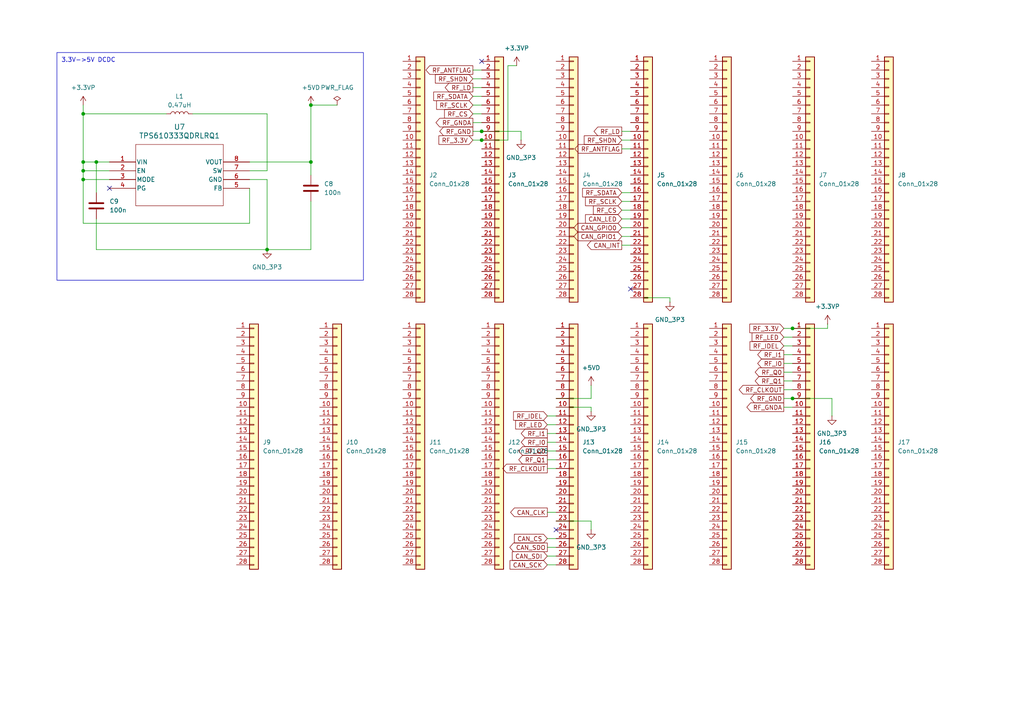
<source format=kicad_sch>
(kicad_sch (version 20250114) (generator "eeschema") (generator_version "9.0")
  (paper "A4")
  (title_block (title "CAN Isolation_Power Board") (date "2025-09-09") (rev "Ver.1.0") (company "ISHI-Kai"))
  (lib_symbols
    (symbol "Connector_Generic:Conn_01x28" (pin_names (offset 1.016) (hide yes))
      (property "Reference" "J" (at 0 35.56 0))
      (property "Value" "Conn_01x28" (at 0 -38.1 0))
      (symbol "Conn_01x28_1_1"
        (rectangle (start -1.27 34.29) (end 1.27 -36.83) (stroke (width 0.254)) (fill (type background)))
        (rectangle (start -1.27 33.147) (end 0 32.893) (stroke (width 0.1524)))
        (rectangle (start -1.27 30.607) (end 0 30.353) (stroke (width 0.1524)))
        (rectangle (start -1.27 28.067) (end 0 27.813) (stroke (width 0.1524)))
        (rectangle (start -1.27 25.527) (end 0 25.273) (stroke (width 0.1524)))
        (rectangle (start -1.27 22.987) (end 0 22.733) (stroke (width 0.1524)))
        (rectangle (start -1.27 20.447) (end 0 20.193) (stroke (width 0.1524)))
        (rectangle (start -1.27 17.907) (end 0 17.653) (stroke (width 0.1524)))
        (rectangle (start -1.27 15.367) (end 0 15.113) (stroke (width 0.1524)))
        (rectangle (start -1.27 12.827) (end 0 12.573) (stroke (width 0.1524)))
        (rectangle (start -1.27 10.287) (end 0 10.033) (stroke (width 0.1524)))
        (rectangle (start -1.27 7.747) (end 0 7.493) (stroke (width 0.1524)))
        (rectangle (start -1.27 5.207) (end 0 4.953) (stroke (width 0.1524)))
        (rectangle (start -1.27 2.667) (end 0 2.413) (stroke (width 0.1524)))
        (rectangle (start -1.27 0.127) (end 0 -0.127) (stroke (width 0.1524)))
        (rectangle (start -1.27 -2.413) (end 0 -2.667) (stroke (width 0.1524)))
        (rectangle (start -1.27 -4.953) (end 0 -5.207) (stroke (width 0.1524)))
        (rectangle (start -1.27 -7.493) (end 0 -7.747) (stroke (width 0.1524)))
        (rectangle (start -1.27 -10.033) (end 0 -10.287) (stroke (width 0.1524)))
        (rectangle (start -1.27 -12.573) (end 0 -12.827) (stroke (width 0.1524)))
        (rectangle (start -1.27 -15.113) (end 0 -15.367) (stroke (width 0.1524)))
        (rectangle (start -1.27 -17.653) (end 0 -17.907) (stroke (width 0.1524)))
        (rectangle (start -1.27 -20.193) (end 0 -20.447) (stroke (width 0.1524)))
        (rectangle (start -1.27 -22.733) (end 0 -22.987) (stroke (width 0.1524)))
        (rectangle (start -1.27 -25.273) (end 0 -25.527) (stroke (width 0.1524)))
        (rectangle (start -1.27 -27.813) (end 0 -28.067) (stroke (width 0.1524)))
        (rectangle (start -1.27 -30.353) (end 0 -30.607) (stroke (width 0.1524)))
        (rectangle (start -1.27 -32.893) (end 0 -33.147) (stroke (width 0.1524)))
        (rectangle (start -1.27 -35.433) (end 0 -35.687) (stroke (width 0.1524)))
        (pin passive line (at -5.08 33.02 0) (length 3.81) (name "Pin_1") (number "1"))
        (pin passive line (at -5.08 30.48 0) (length 3.81) (name "Pin_2") (number "2"))
        (pin passive line (at -5.08 27.94 0) (length 3.81) (name "Pin_3") (number "3"))
        (pin passive line (at -5.08 25.4 0) (length 3.81) (name "Pin_4") (number "4"))
        (pin passive line (at -5.08 22.86 0) (length 3.81) (name "Pin_5") (number "5"))
        (pin passive line (at -5.08 20.32 0) (length 3.81) (name "Pin_6") (number "6"))
        (pin passive line (at -5.08 17.78 0) (length 3.81) (name "Pin_7") (number "7"))
        (pin passive line (at -5.08 15.24 0) (length 3.81) (name "Pin_8") (number "8"))
        (pin passive line (at -5.08 12.7 0) (length 3.81) (name "Pin_9") (number "9"))
        (pin passive line (at -5.08 10.16 0) (length 3.81) (name "Pin_10") (number "10"))
        (pin passive line (at -5.08 7.62 0) (length 3.81) (name "Pin_11") (number "11"))
        (pin passive line (at -5.08 5.08 0) (length 3.81) (name "Pin_12") (number "12"))
        (pin passive line (at -5.08 2.54 0) (length 3.81) (name "Pin_13") (number "13"))
        (pin passive line (at -5.08 0 0) (length 3.81) (name "Pin_14") (number "14"))
        (pin passive line (at -5.08 -2.54 0) (length 3.81) (name "Pin_15") (number "15"))
        (pin passive line (at -5.08 -5.08 0) (length 3.81) (name "Pin_16") (number "16"))
        (pin passive line (at -5.08 -7.62 0) (length 3.81) (name "Pin_17") (number "17"))
        (pin passive line (at -5.08 -10.16 0) (length 3.81) (name "Pin_18") (number "18"))
        (pin passive line (at -5.08 -12.7 0) (length 3.81) (name "Pin_19") (number "19"))
        (pin passive line (at -5.08 -15.24 0) (length 3.81) (name "Pin_20") (number "20"))
        (pin passive line (at -5.08 -17.78 0) (length 3.81) (name "Pin_21") (number "21"))
        (pin passive line (at -5.08 -20.32 0) (length 3.81) (name "Pin_22") (number "22"))
        (pin passive line (at -5.08 -22.86 0) (length 3.81) (name "Pin_23") (number "23"))
        (pin passive line (at -5.08 -25.4 0) (length 3.81) (name "Pin_24") (number "24"))
        (pin passive line (at -5.08 -27.94 0) (length 3.81) (name "Pin_25") (number "25"))
        (pin passive line (at -5.08 -30.48 0) (length 3.81) (name "Pin_26") (number "26"))
        (pin passive line (at -5.08 -33.02 0) (length 3.81) (name "Pin_27") (number "27"))
        (pin passive line (at -5.08 -35.56 0) (length 3.81) (name "Pin_28") (number "28"))
      )
    )
    (symbol "Device:C" (pin_numbers (hide yes)) (pin_names (offset 0.254))
      (property "Reference" "C" (at 0.635 2.54 0))
      (property "Value" "C" (at 0.635 -2.54 0))
      (symbol "C_0_1"
        (polyline (pts (xy -2.032 0.762) (xy 2.032 0.762)) (stroke (width 0.508)))
        (polyline (pts (xy -2.032 -0.762) (xy 2.032 -0.762)) (stroke (width 0.508)))
      )
      (symbol "C_1_1"
        (pin passive line (at 0 3.81 270) (length 2.794) (name "~") (number "1"))
        (pin passive line (at 0 -3.81 90) (length 2.794) (name "~") (number "2"))
      )
    )
    (symbol "Device:L" (pin_numbers (hide yes)) (pin_names (offset 1.016) (hide yes))
      (property "Reference" "L" (at -1.27 0 90))
      (property "Value" "L" (at 1.905 0 90))
      (symbol "L_0_1"
        (arc (start 0 2.54) (mid 0.6323 1.905) (end 0 1.27))
        (arc (start 0 1.27) (mid 0.6323 0.635) (end 0 0))
        (arc (start 0 0) (mid 0.6323 -0.635) (end 0 -1.27))
        (arc (start 0 -1.27) (mid 0.6323 -1.905) (end 0 -2.54))
      )
      (symbol "L_1_1"
        (pin passive line (at 0 3.81 270) (length 1.27) (name "1") (number "1"))
        (pin passive line (at 0 -3.81 90) (length 1.27) (name "2") (number "2"))
      )
    )
    (symbol "TPS610333QDRLRQ1:TPS610333QDRLRQ1" (pin_names (offset 0.254))
      (property "Reference" "U" (at 20.32 10.16 0))
      (property "Value" "TPS610333QDRLRQ1" (at 20.32 7.62 0))
      (symbol "TPS610333QDRLRQ1_0_1"
        (polyline (pts (xy 7.62 5.08) (xy 7.62 -12.7)) (stroke (width 0.127)))
        (polyline (pts (xy 7.62 -12.7) (xy 33.02 -12.7)) (stroke (width 0.127)))
        (polyline (pts (xy 33.02 5.08) (xy 7.62 5.08)) (stroke (width 0.127)))
        (polyline (pts (xy 33.02 -12.7) (xy 33.02 5.08)) (stroke (width 0.127)))
        (pin power_in line (at 0 0 0) (length 7.62) (name "VIN") (number "1"))
        (pin input line (at 0 -2.54 0) (length 7.62) (name "EN") (number "2"))
        (pin input line (at 0 -5.08 0) (length 7.62) (name "MODE") (number "3"))
        (pin output line (at 0 -7.62 0) (length 7.62) (name "PG") (number "4"))
        (pin output line (at 40.64 0 180) (length 7.62) (name "VOUT") (number "8"))
        (pin power_in line (at 40.64 -2.54 180) (length 7.62) (name "SW") (number "7"))
        (pin power_out line (at 40.64 -5.08 180) (length 7.62) (name "GND") (number "6"))
        (pin input line (at 40.64 -7.62 180) (length 7.62) (name "FB") (number "5"))
      )
    )
    (symbol "power:+3.3VP" (power) (pin_numbers (hide yes)) (pin_names (offset 0) (hide yes))
      (property "Value" "+3.3VP" (at 0 3.556 0))
      (symbol "+3.3VP_0_0"
        (pin power_in line (at 0 0 90) (length 0) (name "~") (number "1"))
      )
      (symbol "+3.3VP_0_1"
        (polyline (pts (xy -0.762 1.27) (xy 0 2.54)))
        (polyline (pts (xy 0 2.54) (xy 0.762 1.27)))
        (polyline (pts (xy 0 0) (xy 0 2.54)))
      )
    )
    (symbol "power:+5VD" (power) (pin_numbers (hide yes)) (pin_names (offset 0) (hide yes))
      (property "Value" "+5VD" (at 0 3.556 0))
      (symbol "+5VD_0_1"
        (polyline (pts (xy -0.762 1.27) (xy 0 2.54)))
        (polyline (pts (xy 0 2.54) (xy 0.762 1.27)))
        (polyline (pts (xy 0 0) (xy 0 2.54)))
      )
      (symbol "+5VD_1_1"
        (pin power_in line (at 0 0 90) (length 0) (name "~") (number "1"))
      )
    )
    (symbol "power:GND1" (power) (pin_numbers (hide yes)) (pin_names (offset 0) (hide yes))
      (property "Value" "GND1" (at 0 -3.81 0))
      (symbol "GND1_0_1"
        (polyline (pts (xy 0 0) (xy 0 -1.27) (xy 1.27 -1.27) (xy 0 -2.54) (xy -1.27 -1.27) (xy 0 -1.27)))
      )
      (symbol "GND1_1_1"
        (pin power_in line (at 0 0 270) (length 0) (name "~") (number "1"))
      )
    )
    (symbol "power:PWR_FLAG" (power) (pin_numbers (hide yes)) (pin_names (offset 0) (hide yes))
      (property "Value" "PWR_FLAG" (at 0 3.81 0))
      (symbol "PWR_FLAG_0_0"
        (pin power_out line (at 0 0 90) (length 0) (name "~") (number "1"))
      )
      (symbol "PWR_FLAG_0_1"
        (polyline (pts (xy 0 0) (xy 0 1.27) (xy -1.016 1.905) (xy 0 2.54) (xy 1.016 1.905) (xy 0 1.27)))
      )
    )
  )
  (rectangle (start 16.51 15.24) (end 105.41 81.28))
  (text "3.3V->5V DCDC" (at 25.654 17.526 0) (effects (font (size 1.27 1.27))))
  (junction (at 139.7 38.1))
  (junction (at 90.17 30.48))
  (junction (at 24.13 52.07))
  (junction (at 24.13 46.99))
  (junction (at 24.13 33.02))
  (junction (at 24.13 49.53))
  (junction (at 90.17 46.99))
  (junction (at 27.94 46.99))
  (junction (at 77.47 72.39))
  (junction (at 139.7 40.64))
  (junction (at 229.87 115.57))
  (junction (at 229.87 95.25))
  (no_connect (at 139.7 17.78))
  (no_connect (at 182.88 83.82))
  (no_connect (at 31.75 54.61))
  (no_connect (at 161.29 153.67))
  (wire (pts (xy 171.45 115.57) (xy 161.29 115.57)))
  (wire (pts (xy 90.17 30.48) (xy 90.17 46.99)))
  (wire (pts (xy 241.3 120.65) (xy 241.3 115.57)))
  (wire (pts (xy 158.75 161.29) (xy 161.29 161.29)))
  (wire (pts (xy 227.33 97.79) (xy 229.87 97.79)))
  (wire (pts (xy 158.75 163.83) (xy 161.29 163.83)))
  (wire (pts (xy 180.34 60.96) (xy 182.88 60.96)))
  (wire (pts (xy 158.75 135.89) (xy 161.29 135.89)))
  (wire (pts (xy 227.33 100.33) (xy 229.87 100.33)))
  (wire (pts (xy 158.75 125.73) (xy 161.29 125.73)))
  (wire (pts (xy 147.32 40.64) (xy 139.7 40.64)))
  (wire (pts (xy 24.13 33.02) (xy 24.13 30.48)))
  (wire (pts (xy 180.34 68.58) (xy 182.88 68.58)))
  (wire (pts (xy 24.13 49.53) (xy 24.13 46.99)))
  (wire (pts (xy 194.31 86.36) (xy 182.88 86.36)))
  (wire (pts (xy 137.16 38.1) (xy 139.7 38.1)))
  (wire (pts (xy 24.13 46.99) (xy 27.94 46.99)))
  (wire (pts (xy 31.75 52.07) (xy 24.13 52.07)))
  (wire (pts (xy 180.34 66.04) (xy 182.88 66.04)))
  (wire (pts (xy 77.47 52.07) (xy 77.47 72.39)))
  (wire (pts (xy 27.94 46.99) (xy 31.75 46.99)))
  (wire (pts (xy 55.88 33.02) (xy 77.47 33.02)))
  (wire (pts (xy 158.75 156.21) (xy 161.29 156.21)))
  (wire (pts (xy 171.45 153.67) (xy 171.45 151.13)))
  (wire (pts (xy 227.33 110.49) (xy 229.87 110.49)))
  (wire (pts (xy 194.31 87.63) (xy 194.31 86.36)))
  (wire (pts (xy 90.17 58.42) (xy 90.17 72.39)))
  (wire (pts (xy 90.17 72.39) (xy 77.47 72.39)))
  (wire (pts (xy 158.75 148.59) (xy 161.29 148.59)))
  (wire (pts (xy 158.75 123.19) (xy 161.29 123.19)))
  (wire (pts (xy 137.16 40.64) (xy 139.7 40.64)))
  (wire (pts (xy 180.34 38.1) (xy 182.88 38.1)))
  (wire (pts (xy 227.33 107.95) (xy 229.87 107.95)))
  (wire (pts (xy 72.39 64.77) (xy 24.13 64.77)))
  (wire (pts (xy 24.13 33.02) (xy 48.26 33.02)))
  (wire (pts (xy 137.16 22.86) (xy 139.7 22.86)))
  (wire (pts (xy 137.16 35.56) (xy 139.7 35.56)))
  (wire (pts (xy 227.33 105.41) (xy 229.87 105.41)))
  (wire (pts (xy 158.75 130.81) (xy 161.29 130.81)))
  (wire (pts (xy 77.47 49.53) (xy 72.39 49.53)))
  (wire (pts (xy 227.33 113.03) (xy 229.87 113.03)))
  (wire (pts (xy 24.13 64.77) (xy 24.13 52.07)))
  (wire (pts (xy 147.32 19.05) (xy 147.32 40.64)))
  (wire (pts (xy 180.34 40.64) (xy 182.88 40.64)))
  (wire (pts (xy 24.13 46.99) (xy 24.13 33.02)))
  (wire (pts (xy 161.29 118.11) (xy 171.45 118.11)))
  (wire (pts (xy 72.39 46.99) (xy 90.17 46.99)))
  (wire (pts (xy 31.75 49.53) (xy 24.13 49.53)))
  (wire (pts (xy 227.33 102.87) (xy 229.87 102.87)))
  (wire (pts (xy 171.45 111.76) (xy 171.45 115.57)))
  (wire (pts (xy 77.47 33.02) (xy 77.47 49.53)))
  (wire (pts (xy 72.39 52.07) (xy 77.47 52.07)))
  (wire (pts (xy 227.33 118.11) (xy 229.87 118.11)))
  (wire (pts (xy 158.75 120.65) (xy 161.29 120.65)))
  (wire (pts (xy 90.17 30.48) (xy 97.79 30.48)))
  (wire (pts (xy 90.17 46.99) (xy 90.17 50.8)))
  (wire (pts (xy 72.39 54.61) (xy 72.39 64.77)))
  (wire (pts (xy 137.16 20.32) (xy 139.7 20.32)))
  (wire (pts (xy 227.33 115.57) (xy 229.87 115.57)))
  (wire (pts (xy 240.03 95.25) (xy 229.87 95.25)))
  (wire (pts (xy 149.86 19.05) (xy 147.32 19.05)))
  (wire (pts (xy 137.16 33.02) (xy 139.7 33.02)))
  (wire (pts (xy 137.16 30.48) (xy 139.7 30.48)))
  (wire (pts (xy 180.34 63.5) (xy 182.88 63.5)))
  (wire (pts (xy 180.34 71.12) (xy 182.88 71.12)))
  (wire (pts (xy 151.13 38.1) (xy 139.7 38.1)))
  (wire (pts (xy 229.87 115.57) (xy 241.3 115.57)))
  (wire (pts (xy 137.16 27.94) (xy 139.7 27.94)))
  (wire (pts (xy 27.94 72.39) (xy 77.47 72.39)))
  (wire (pts (xy 180.34 43.18) (xy 182.88 43.18)))
  (wire (pts (xy 158.75 128.27) (xy 161.29 128.27)))
  (wire (pts (xy 180.34 55.88) (xy 182.88 55.88)))
  (wire (pts (xy 171.45 151.13) (xy 161.29 151.13)))
  (wire (pts (xy 227.33 95.25) (xy 229.87 95.25)))
  (wire (pts (xy 158.75 158.75) (xy 161.29 158.75)))
  (wire (pts (xy 158.75 133.35) (xy 161.29 133.35)))
  (wire (pts (xy 137.16 25.4) (xy 139.7 25.4)))
  (wire (pts (xy 151.13 40.64) (xy 151.13 38.1)))
  (wire (pts (xy 24.13 52.07) (xy 24.13 49.53)))
  (wire (pts (xy 27.94 63.5) (xy 27.94 72.39)))
  (wire (pts (xy 240.03 93.98) (xy 240.03 95.25)))
  (wire (pts (xy 180.34 58.42) (xy 182.88 58.42)))
  (wire (pts (xy 171.45 118.11) (xy 171.45 119.38)))
  (wire (pts (xy 27.94 46.99) (xy 27.94 55.88)))
  (global_label "RF_CS" (shape input) (at 137.16 33.02 180) (property "Intersheetrefs" "${INTERSHEET_REFS}" (effects (hide yes))))
  (global_label "CAN_GPIO0" (shape bidirectional) (at 180.34 66.04 180) (property "Intersheetrefs" "${INTERSHEET_REFS}" (effects (hide yes))))
  (global_label "RF_3.3V" (shape input) (at 137.16 40.64 180) (property "Intersheetrefs" "${INTERSHEET_REFS}" (effects (hide yes))))
  (global_label "RF_LD" (shape output) (at 180.34 38.1 180) (property "Intersheetrefs" "${INTERSHEET_REFS}" (effects (hide yes))))
  (global_label "RF_SDATA" (shape input) (at 180.34 55.88 180) (property "Intersheetrefs" "${INTERSHEET_REFS}" (effects (hide yes))))
  (global_label "RF_IDEL" (shape input) (at 158.75 120.65 180) (property "Intersheetrefs" "${INTERSHEET_REFS}" (effects (hide yes))))
  (global_label "RF_IDEL" (shape input) (at 227.33 100.33 180) (property "Intersheetrefs" "${INTERSHEET_REFS}" (effects (hide yes))))
  (global_label "RF_CLKOUT" (shape output) (at 227.33 113.03 180) (property "Intersheetrefs" "${INTERSHEET_REFS}" (effects (hide yes))))
  (global_label "RF_CS" (shape input) (at 180.34 60.96 180) (property "Intersheetrefs" "${INTERSHEET_REFS}" (effects (hide yes))))
  (global_label "RF_Q1" (shape output) (at 158.75 133.35 180) (property "Intersheetrefs" "${INTERSHEET_REFS}" (effects (hide yes))))
  (global_label "CAN_SDI" (shape input) (at 158.75 161.29 180) (property "Intersheetrefs" "${INTERSHEET_REFS}" (effects (hide yes))))
  (global_label "RF_SHDN" (shape input) (at 180.34 40.64 180) (property "Intersheetrefs" "${INTERSHEET_REFS}" (effects (hide yes))))
  (global_label "RF_LED" (shape input) (at 158.75 123.19 180) (property "Intersheetrefs" "${INTERSHEET_REFS}" (effects (hide yes))))
  (global_label "RF_GND" (shape output) (at 137.16 38.1 180) (property "Intersheetrefs" "${INTERSHEET_REFS}" (effects (hide yes))))
  (global_label "RF_SHDN" (shape input) (at 137.16 22.86 180) (property "Intersheetrefs" "${INTERSHEET_REFS}" (effects (hide yes))))
  (global_label "CAN_LED" (shape input) (at 180.34 63.5 180) (property "Intersheetrefs" "${INTERSHEET_REFS}" (effects (hide yes))))
  (global_label "RF_3.3V" (shape input) (at 227.33 95.25 180) (property "Intersheetrefs" "${INTERSHEET_REFS}" (effects (hide yes))))
  (global_label "RF_SCLK" (shape input) (at 180.34 58.42 180) (property "Intersheetrefs" "${INTERSHEET_REFS}" (effects (hide yes))))
  (global_label "RF_SCLK" (shape input) (at 137.16 30.48 180) (property "Intersheetrefs" "${INTERSHEET_REFS}" (effects (hide yes))))
  (global_label "RF_Q0" (shape output) (at 227.33 107.95 180) (property "Intersheetrefs" "${INTERSHEET_REFS}" (effects (hide yes))))
  (global_label "RF_LED" (shape input) (at 227.33 97.79 180) (property "Intersheetrefs" "${INTERSHEET_REFS}" (effects (hide yes))))
  (global_label "CAN_SCK" (shape input) (at 158.75 163.83 180) (property "Intersheetrefs" "${INTERSHEET_REFS}" (effects (hide yes))))
  (global_label "RF_GNDA" (shape output) (at 227.33 118.11 180) (property "Intersheetrefs" "${INTERSHEET_REFS}" (effects (hide yes))))
  (global_label "CAN_INT" (shape output) (at 180.34 71.12 180) (property "Intersheetrefs" "${INTERSHEET_REFS}" (effects (hide yes))))
  (global_label "RF_GND" (shape output) (at 227.33 115.57 180) (property "Intersheetrefs" "${INTERSHEET_REFS}" (effects (hide yes))))
  (global_label "CAN_SDO" (shape output) (at 158.75 158.75 180) (property "Intersheetrefs" "${INTERSHEET_REFS}" (effects (hide yes))))
  (global_label "RF_SDATA" (shape input) (at 137.16 27.94 180) (property "Intersheetrefs" "${INTERSHEET_REFS}" (effects (hide yes))))
  (global_label "RF_GNDA" (shape output) (at 137.16 35.56 180) (property "Intersheetrefs" "${INTERSHEET_REFS}" (effects (hide yes))))
  (global_label "RF_CLKOUT" (shape output) (at 158.75 135.89 180) (property "Intersheetrefs" "${INTERSHEET_REFS}" (effects (hide yes))))
  (global_label "RF_I0" (shape output) (at 227.33 105.41 180) (property "Intersheetrefs" "${INTERSHEET_REFS}" (effects (hide yes))))
  (global_label "CAN_CLK" (shape output) (at 158.75 148.59 180) (property "Intersheetrefs" "${INTERSHEET_REFS}" (effects (hide yes))))
  (global_label "RF_ANTFLAG" (shape output) (at 180.34 43.18 180) (property "Intersheetrefs" "${INTERSHEET_REFS}" (effects (hide yes))))
  (global_label "RF_LD" (shape output) (at 137.16 25.4 180) (property "Intersheetrefs" "${INTERSHEET_REFS}" (effects (hide yes))))
  (global_label "RF_Q0" (shape output) (at 158.75 130.81 180) (property "Intersheetrefs" "${INTERSHEET_REFS}" (effects (hide yes))))
  (global_label "RF_ANTFLAG" (shape output) (at 137.16 20.32 180) (property "Intersheetrefs" "${INTERSHEET_REFS}" (effects (hide yes))))
  (global_label "RF_I0" (shape output) (at 158.75 128.27 180) (property "Intersheetrefs" "${INTERSHEET_REFS}" (effects (hide yes))))
  (global_label "RF_I1" (shape output) (at 158.75 125.73 180) (property "Intersheetrefs" "${INTERSHEET_REFS}" (effects (hide yes))))
  (global_label "RF_Q1" (shape output) (at 227.33 110.49 180) (property "Intersheetrefs" "${INTERSHEET_REFS}" (effects (hide yes))))
  (global_label "CAN_CS" (shape input) (at 158.75 156.21 180) (property "Intersheetrefs" "${INTERSHEET_REFS}" (effects (hide yes))))
  (global_label "CAN_GPIO1" (shape bidirectional) (at 180.34 68.58 180) (property "Intersheetrefs" "${INTERSHEET_REFS}" (effects (hide yes))))
  (global_label "RF_I1" (shape output) (at 227.33 102.87 180) (property "Intersheetrefs" "${INTERSHEET_REFS}" (effects (hide yes))))
  (symbol (lib_id "power:GND1") (at 194.31 87.63 0) (unit 1)
    (property "Reference" "#PWR031" (effects (hide yes)))
    (property "Value" "GND_3P3" (at 194.31 92.71 0))
    (property "Description" "Power symbol creates a global label with name \"GND1\" , ground" (effects (hide yes)))
  )
  (symbol (lib_id "Connector_Generic:Conn_01x28") (at 210.82 50.8 0) (unit 1)
    (property "Reference" "J6" (at 213.36 50.7999 0) (effects (justify left)))
    (property "Value" "Conn_01x28" (at 213.36 53.3399 0) (effects (justify left)))
    (property "Footprint" "CAN_Isolation:PinHeader_1x28_P2.54mm_NoSilkScreen" (effects (hide yes)))
    (property "Description" "Generic connector, single row, 01x28, script generated (kicad-library-utils/schlib/autogen/connector/)" (effects (hide yes)))
  )
  (symbol (lib_id "Device:C") (at 90.17 54.61 0) (unit 1)
    (property "Reference" "C8" (at 93.98 53.3399 0) (effects (justify left)))
    (property "Value" "100n" (at 93.98 55.8799 0) (effects (justify left)))
    (property "Footprint" "Capacitor_SMD:C_0603_1608Metric" (effects (hide yes)))
    (property "Description" "Unpolarized capacitor" (effects (hide yes)))
  )
  (symbol (lib_id "Connector_Generic:Conn_01x28") (at 257.81 128.27 0) (unit 1)
    (property "Reference" "J17" (at 260.35 128.2699 0) (effects (justify left)))
    (property "Value" "Conn_01x28" (at 260.35 130.8099 0) (effects (justify left)))
    (property "Footprint" "CAN_Isolation:PinHeader_1x28_P2.54mm_NoSilkScreen" (effects (hide yes)))
    (property "Description" "Generic connector, single row, 01x28, script generated (kicad-library-utils/schlib/autogen/connector/)" (effects (hide yes)))
  )
  (symbol (lib_id "power:GND1") (at 151.13 40.64 0) (unit 1)
    (property "Reference" "#PWR028" (effects (hide yes)))
    (property "Value" "GND_3P3" (at 151.13 45.72 0))
    (property "Description" "Power symbol creates a global label with name \"GND1\" , ground" (effects (hide yes)))
  )
  (symbol (lib_id "power:GND1") (at 241.3 120.65 0) (unit 1)
    (property "Reference" "#PWR027" (effects (hide yes)))
    (property "Value" "GND_3P3" (at 241.3 125.73 0))
    (property "Description" "Power symbol creates a global label with name \"GND1\" , ground" (effects (hide yes)))
  )
  (symbol (lib_id "Connector_Generic:Conn_01x28") (at 144.78 50.8 0) (unit 1)
    (property "Reference" "J3" (at 147.32 50.7999 0) (effects (justify left)))
    (property "Value" "Conn_01x28" (at 147.32 53.3399 0) (effects (justify left)))
    (property "Footprint" "CAN_Isolation:PinHeader_1x28_P2.54mm_NoSilkScreen" (effects (hide yes)))
    (property "Description" "Generic connector, single row, 01x28, script generated (kicad-library-utils/schlib/autogen/connector/)" (effects (hide yes)))
  )
  (symbol (lib_id "TPS610333QDRLRQ1:TPS610333QDRLRQ1") (at 31.75 46.99 0) (unit 1)
    (property "Reference" "U7" (at 52.07 36.83 0) (effects (font (size 1.524 1.524))))
    (property "Value" "TPS610333QDRLRQ1" (at 52.07 39.37 0) (effects (font (size 1.524 1.524))))
    (property "Footprint" "CAN_Isolation:SOT-5X3-8_DRL_TEX" (effects (hide yes)))
    (property "Datasheet" "https://www.ti.com/lit/gpn/tps610333-q1" (effects (hide yes)))
  )
  (symbol (lib_id "Device:C") (at 27.94 59.69 0) (unit 1)
    (property "Reference" "C9" (at 31.75 58.4199 0) (effects (justify left)))
    (property "Value" "100n" (at 31.75 60.9599 0) (effects (justify left)))
    (property "Footprint" "Capacitor_SMD:C_0603_1608Metric" (effects (hide yes)))
    (property "Description" "Unpolarized capacitor" (effects (hide yes)))
  )
  (symbol (lib_id "power:GND1") (at 171.45 153.67 0) (unit 1)
    (property "Reference" "#PWR032" (effects (hide yes)))
    (property "Value" "GND_3P3" (at 171.45 158.75 0))
    (property "Description" "Power symbol creates a global label with name \"GND1\" , ground" (effects (hide yes)))
  )
  (symbol (lib_id "Connector_Generic:Conn_01x28") (at 97.79 128.27 0) (unit 1)
    (property "Reference" "J10" (at 100.33 128.2699 0) (effects (justify left)))
    (property "Value" "Conn_01x28" (at 100.33 130.8099 0) (effects (justify left)))
    (property "Footprint" "CAN_Isolation:PinHeader_1x28_P2.54mm_NoSilkScreen" (effects (hide yes)))
    (property "Description" "Generic connector, single row, 01x28, script generated (kicad-library-utils/schlib/autogen/connector/)" (effects (hide yes)))
  )
  (symbol (lib_id "Connector_Generic:Conn_01x28") (at 121.92 128.27 0) (unit 1)
    (property "Reference" "J11" (at 124.46 128.2699 0) (effects (justify left)))
    (property "Value" "Conn_01x28" (at 124.46 130.8099 0) (effects (justify left)))
    (property "Footprint" "CAN_Isolation:PinHeader_1x28_P2.54mm_NoSilkScreen" (effects (hide yes)))
    (property "Description" "Generic connector, single row, 01x28, script generated (kicad-library-utils/schlib/autogen/connector/)" (effects (hide yes)))
  )
  (symbol (lib_id "Connector_Generic:Conn_01x28") (at 257.81 50.8 0) (unit 1)
    (property "Reference" "J8" (at 260.35 50.7999 0) (effects (justify left)))
    (property "Value" "Conn_01x28" (at 260.35 53.3399 0) (effects (justify left)))
    (property "Footprint" "CAN_Isolation:PinHeader_1x28_P2.54mm_NoSilkScreen" (effects (hide yes)))
    (property "Description" "Generic connector, single row, 01x28, script generated (kicad-library-utils/schlib/autogen/connector/)" (effects (hide yes)))
  )
  (symbol (lib_id "power:+5VD") (at 90.17 30.48 0) (unit 1)
    (property "Reference" "#PWR020" (effects (hide yes)))
    (property "Value" "+5VD" (at 90.17 25.4 0))
    (property "Description" "Power symbol creates a global label with name \"+5VD\"" (effects (hide yes)))
  )
  (symbol (lib_id "power:+3.3VP") (at 240.03 93.98 0) (unit 1)
    (property "Reference" "#PWR026" (effects (hide yes)))
    (property "Value" "+3.3VP" (at 240.03 88.9 0))
    (property "Description" "Power symbol creates a global label with name \"+3.3VP\"" (effects (hide yes)))
  )
  (symbol (lib_id "Connector_Generic:Conn_01x28") (at 187.96 128.27 0) (unit 1)
    (property "Reference" "J14" (at 190.5 128.2699 0) (effects (justify left)))
    (property "Value" "Conn_01x28" (at 190.5 130.8099 0) (effects (justify left)))
    (property "Footprint" "CAN_Isolation:PinHeader_1x28_P2.54mm_NoSilkScreen" (effects (hide yes)))
    (property "Description" "Generic connector, single row, 01x28, script generated (kicad-library-utils/schlib/autogen/connector/)" (effects (hide yes)))
  )
  (symbol (lib_id "power:+5VD") (at 171.45 111.76 0) (unit 1)
    (property "Reference" "#PWR029" (effects (hide yes)))
    (property "Value" "+5VD" (at 171.45 106.68 0))
    (property "Description" "Power symbol creates a global label with name \"+5VD\"" (effects (hide yes)))
  )
  (symbol (lib_id "Connector_Generic:Conn_01x28") (at 234.95 128.27 0) (unit 1)
    (property "Reference" "J16" (at 237.49 128.2699 0) (effects (justify left)))
    (property "Value" "Conn_01x28" (at 237.49 130.8099 0) (effects (justify left)))
    (property "Footprint" "CAN_Isolation:PinHeader_1x28_P2.54mm_NoSilkScreen" (effects (hide yes)))
    (property "Description" "Generic connector, single row, 01x28, script generated (kicad-library-utils/schlib/autogen/connector/)" (effects (hide yes)))
  )
  (symbol (lib_id "Connector_Generic:Conn_01x28") (at 187.96 50.8 0) (unit 1)
    (property "Reference" "J5" (at 190.5 50.7999 0) (effects (justify left)))
    (property "Value" "Conn_01x28" (at 190.5 53.3399 0) (effects (justify left)))
    (property "Footprint" "CAN_Isolation:PinHeader_1x28_P2.54mm_NoSilkScreen" (effects (hide yes)))
    (property "Description" "Generic connector, single row, 01x28, script generated (kicad-library-utils/schlib/autogen/connector/)" (effects (hide yes)))
  )
  (symbol (lib_id "Connector_Generic:Conn_01x28") (at 121.92 50.8 0) (unit 1)
    (property "Reference" "J2" (at 124.46 50.7999 0) (effects (justify left)))
    (property "Value" "Conn_01x28" (at 124.46 53.3399 0) (effects (justify left)))
    (property "Footprint" "CAN_Isolation:PinHeader_1x28_P2.54mm_NoSilkScreen" (effects (hide yes)))
    (property "Description" "Generic connector, single row, 01x28, script generated (kicad-library-utils/schlib/autogen/connector/)" (effects (hide yes)))
  )
  (symbol (lib_id "Connector_Generic:Conn_01x28") (at 210.82 128.27 0) (unit 1)
    (property "Reference" "J15" (at 213.36 128.2699 0) (effects (justify left)))
    (property "Value" "Conn_01x28" (at 213.36 130.8099 0) (effects (justify left)))
    (property "Footprint" "CAN_Isolation:PinHeader_1x28_P2.54mm_NoSilkScreen" (effects (hide yes)))
    (property "Description" "Generic connector, single row, 01x28, script generated (kicad-library-utils/schlib/autogen/connector/)" (effects (hide yes)))
  )
  (symbol (lib_id "Device:L") (at 52.07 33.02 90) (unit 1)
    (property "Reference" "L1" (at 52.07 27.94 90))
    (property "Value" "0.47uH" (at 52.07 30.48 90))
    (property "Footprint" "CAN_Isolation:IND_LCCN_1608KK_TAY" (effects (hide yes)))
    (property "Description" "Inductor" (effects (hide yes)))
  )
  (symbol (lib_id "Connector_Generic:Conn_01x28") (at 73.66 128.27 0) (unit 1)
    (property "Reference" "J9" (at 76.2 128.2699 0) (effects (justify left)))
    (property "Value" "Conn_01x28" (at 76.2 130.8099 0) (effects (justify left)))
    (property "Footprint" "CAN_Isolation:PinHeader_1x28_P2.54mm_NoSilkScreen" (effects (hide yes)))
    (property "Description" "Generic connector, single row, 01x28, script generated (kicad-library-utils/schlib/autogen/connector/)" (effects (hide yes)))
  )
  (symbol (lib_id "power:GND1") (at 77.47 72.39 0) (unit 1)
    (property "Reference" "#PWR019" (effects (hide yes)))
    (property "Value" "GND_3P3" (at 77.47 77.47 0))
    (property "Description" "Power symbol creates a global label with name \"GND1\" , ground" (effects (hide yes)))
  )
  (symbol (lib_id "Connector_Generic:Conn_01x28") (at 144.78 128.27 0) (unit 1)
    (property "Reference" "J12" (at 147.32 128.2699 0) (effects (justify left)))
    (property "Value" "Conn_01x28" (at 147.32 130.8099 0) (effects (justify left)))
    (property "Footprint" "CAN_Isolation:PinHeader_1x28_P2.54mm_NoSilkScreen" (effects (hide yes)))
    (property "Description" "Generic connector, single row, 01x28, script generated (kicad-library-utils/schlib/autogen/connector/)" (effects (hide yes)))
  )
  (symbol (lib_id "power:GND1") (at 171.45 119.38 0) (unit 1)
    (property "Reference" "#PWR030" (effects (hide yes)))
    (property "Value" "GND_3P3" (at 171.45 124.46 0))
    (property "Description" "Power symbol creates a global label with name \"GND1\" , ground" (effects (hide yes)))
  )
  (symbol (lib_id "power:PWR_FLAG") (at 97.79 30.48 0) (unit 1)
    (property "Reference" "#FLG01" (effects (hide yes)))
    (property "Value" "PWR_FLAG" (at 97.79 25.4 0))
    (property "Description" "Special symbol for telling ERC where power comes from" (effects (hide yes)))
  )
  (symbol (lib_id "Connector_Generic:Conn_01x28") (at 166.37 128.27 0) (unit 1)
    (property "Reference" "J13" (at 168.91 128.2699 0) (effects (justify left)))
    (property "Value" "Conn_01x28" (at 168.91 130.8099 0) (effects (justify left)))
    (property "Footprint" "CAN_Isolation:PinHeader_1x28_P2.54mm_NoSilkScreen" (effects (hide yes)))
    (property "Description" "Generic connector, single row, 01x28, script generated (kicad-library-utils/schlib/autogen/connector/)" (effects (hide yes)))
  )
  (symbol (lib_id "Connector_Generic:Conn_01x28") (at 166.37 50.8 0) (unit 1)
    (property "Reference" "J4" (at 168.91 50.7999 0) (effects (justify left)))
    (property "Value" "Conn_01x28" (at 168.91 53.3399 0) (effects (justify left)))
    (property "Footprint" "CAN_Isolation:PinHeader_1x28_P2.54mm_NoSilkScreen" (effects (hide yes)))
    (property "Description" "Generic connector, single row, 01x28, script generated (kicad-library-utils/schlib/autogen/connector/)" (effects (hide yes)))
  )
  (symbol (lib_id "power:+3.3VP") (at 24.13 30.48 0) (unit 1)
    (property "Reference" "#PWR018" (effects (hide yes)))
    (property "Value" "+3.3VP" (at 24.13 25.4 0))
    (property "Description" "Power symbol creates a global label with name \"+3.3VP\"" (effects (hide yes)))
  )
  (symbol (lib_id "power:+3.3VP") (at 149.86 19.05 0) (unit 1)
    (property "Reference" "#PWR025" (effects (hide yes)))
    (property "Value" "+3.3VP" (at 149.86 13.97 0))
    (property "Description" "Power symbol creates a global label with name \"+3.3VP\"" (effects (hide yes)))
  )
  (symbol (lib_id "Connector_Generic:Conn_01x28") (at 234.95 50.8 0) (unit 1)
    (property "Reference" "J7" (at 237.49 50.7999 0) (effects (justify left)))
    (property "Value" "Conn_01x28" (at 237.49 53.3399 0) (effects (justify left)))
    (property "Footprint" "CAN_Isolation:PinHeader_1x28_P2.54mm_NoSilkScreen" (effects (hide yes)))
    (property "Description" "Generic connector, single row, 01x28, script generated (kicad-library-utils/schlib/autogen/connector/)" (effects (hide yes)))
  )
)
</source>
